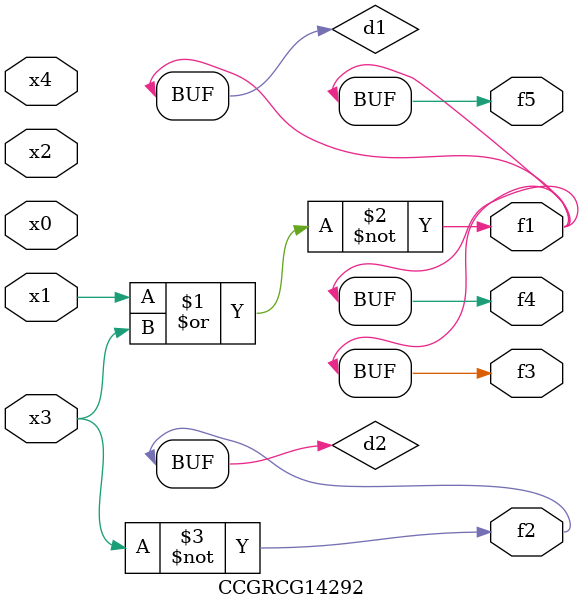
<source format=v>
module CCGRCG14292(
	input x0, x1, x2, x3, x4,
	output f1, f2, f3, f4, f5
);

	wire d1, d2;

	nor (d1, x1, x3);
	not (d2, x3);
	assign f1 = d1;
	assign f2 = d2;
	assign f3 = d1;
	assign f4 = d1;
	assign f5 = d1;
endmodule

</source>
